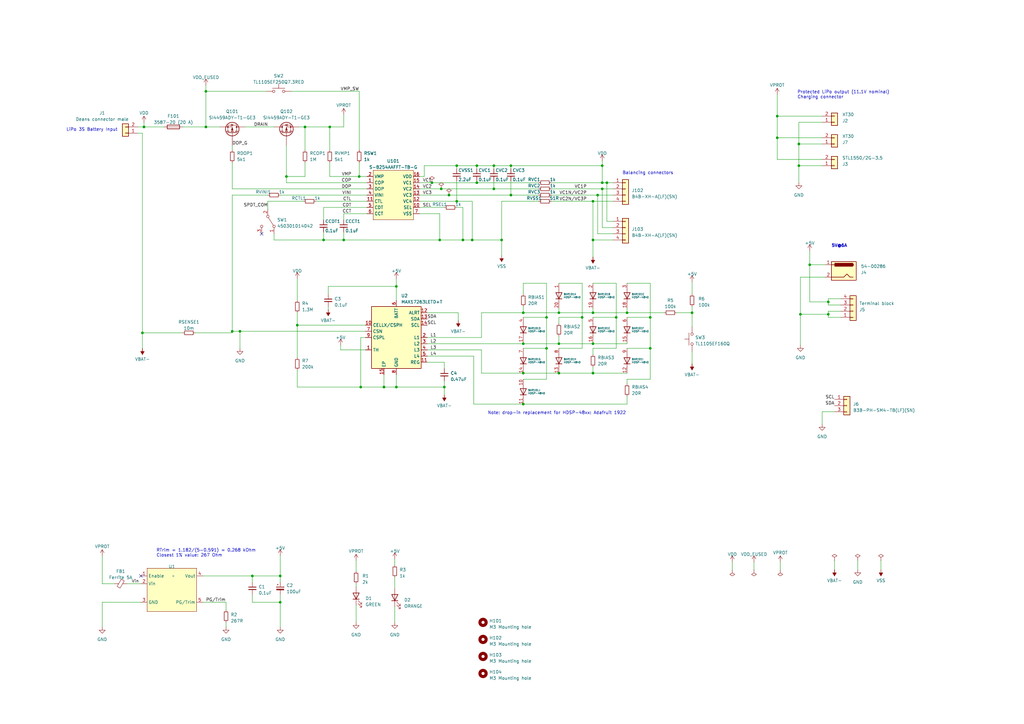
<source format=kicad_sch>
(kicad_sch (version 20230121) (generator eeschema)
  (paper "A3")
  (junction (at 58.42 136.525))
  (junction (at 247.015 67.945))
  (junction (at 339.725 123.825))
  (junction (at 162.56 117.475))
  (junction (at 327.66 67.945))
  (junction (at 247.015 77.47))
  (junction (at 214.63 140.97))
  (junction (at 229.235 140.97))
  (junction (at 318.77 56.515))
  (junction (at 182.245 158.75))
  (junction (at 187.325 82.55))
  (junction (at 202.565 67.945))
  (junction (at 247.015 74.93))
  (junction (at 177.165 74.93))
  (junction (at 332.105 108.585))
  (junction (at 266.7 142.875))
  (junction (at 180.34 98.425))
  (junction (at 243.205 98.425))
  (junction (at 195.58 74.93))
  (junction (at 224.155 130.175))
  (junction (at 189.865 98.425))
  (junction (at 135.255 52.07))
  (junction (at 229.235 128.27))
  (junction (at 84.455 37.465))
  (junction (at 202.565 77.47))
  (junction (at 252.73 130.175))
  (junction (at 266.7 130.175))
  (junction (at 84.455 52.07))
  (junction (at 205.74 98.425))
  (junction (at 117.475 72.39))
  (junction (at 243.205 82.55))
  (junction (at 243.205 128.27))
  (junction (at 132.715 98.425))
  (junction (at 209.55 80.01))
  (junction (at 318.77 47.625))
  (junction (at 59.055 52.07))
  (junction (at 257.175 128.27))
  (junction (at 214.63 153.035))
  (junction (at 147.955 158.75))
  (junction (at 184.15 80.01))
  (junction (at 209.55 67.945))
  (junction (at 328.295 128.905))
  (junction (at 180.975 77.47))
  (junction (at 95.25 135.89))
  (junction (at 195.58 67.945))
  (junction (at 339.725 128.905))
  (junction (at 214.63 128.27))
  (junction (at 125.095 52.07))
  (junction (at 187.325 67.945))
  (junction (at 245.11 80.01))
  (junction (at 140.97 98.425))
  (junction (at 162.56 158.75))
  (junction (at 193.675 98.425))
  (junction (at 114.935 247.015))
  (junction (at 243.205 153.035))
  (junction (at 229.235 153.035))
  (junction (at 238.76 130.175))
  (junction (at 98.425 135.89))
  (junction (at 224.155 142.875))
  (junction (at 147.32 72.39))
  (junction (at 283.845 128.27))
  (junction (at 157.48 158.75))
  (junction (at 121.92 133.35))
  (junction (at 327.66 59.055))
  (junction (at 248.92 74.93))
  (junction (at 243.205 140.97))
  (junction (at 214.63 165.735))
  (junction (at 114.935 236.22))
  (junction (at 103.505 236.22))
  (no_connect (at 107.315 95.885))
  (no_connect (at 57.785 236.22))
  (wire (pts (xy 140.97 90.17) (xy 140.97 87.63)))
  (wire (pts (xy 114.935 247.015) (xy 114.935 243.84)))
  (wire (pts (xy 243.205 145.415) (xy 243.205 142.875)))
  (wire (pts (xy 184.15 80.01) (xy 209.55 80.01)))
  (wire (pts (xy 309.245 233.68) (xy 309.245 230.505)))
  (wire (pts (xy 114.935 247.015) (xy 114.935 257.175)))
  (wire (pts (xy 205.74 104.775) (xy 205.74 98.425)))
  (wire (pts (xy 162.56 117.475) (xy 162.56 123.19)))
  (wire (pts (xy 125.095 52.07) (xy 135.255 52.07)))
  (wire (pts (xy 132.715 90.17) (xy 132.715 85.09)))
  (wire (pts (xy 193.675 98.425) (xy 205.74 98.425)))
  (wire (pts (xy 229.235 126.365) (xy 229.235 128.27)))
  (wire (pts (xy 135.255 72.39) (xy 147.32 72.39)))
  (wire (pts (xy 41.91 239.395) (xy 46.99 239.395)))
  (wire (pts (xy 193.675 82.55) (xy 193.675 98.425)))
  (wire (pts (xy 248.92 90.805) (xy 248.92 74.93)))
  (wire (pts (xy 327.66 59.055) (xy 327.66 50.165)))
  (wire (pts (xy 135.255 52.07) (xy 135.255 61.595)))
  (wire (pts (xy 125.095 72.39) (xy 117.475 72.39)))
  (wire (pts (xy 187.325 74.295) (xy 187.325 82.55)))
  (wire (pts (xy 84.455 34.925) (xy 84.455 37.465)))
  (wire (pts (xy 243.205 130.175) (xy 252.73 130.175)))
  (wire (pts (xy 226.06 74.93) (xy 247.015 74.93)))
  (wire (pts (xy 177.165 74.93) (xy 172.085 74.93)))
  (wire (pts (xy 109.855 82.55) (xy 124.46 82.55)))
  (wire (pts (xy 339.725 128.905) (xy 339.725 127.635)))
  (wire (pts (xy 327.66 50.165) (xy 337.185 50.165)))
  (wire (pts (xy 318.77 47.625) (xy 318.77 56.515)))
  (wire (pts (xy 339.725 123.825) (xy 332.105 123.825)))
  (wire (pts (xy 248.92 74.93) (xy 247.015 74.93)))
  (wire (pts (xy 229.235 128.27) (xy 243.205 128.27)))
  (wire (pts (xy 247.015 93.345) (xy 247.015 77.47)))
  (wire (pts (xy 209.55 80.01) (xy 220.98 80.01)))
  (wire (pts (xy 339.725 125.095) (xy 339.725 123.825)))
  (wire (pts (xy 224.155 142.875) (xy 224.155 155.575)))
  (wire (pts (xy 229.235 153.035) (xy 243.205 153.035)))
  (wire (pts (xy 214.63 116.205) (xy 224.155 116.205)))
  (wire (pts (xy 182.245 161.925) (xy 182.245 158.75)))
  (wire (pts (xy 339.725 122.555) (xy 344.805 122.555)))
  (wire (pts (xy 339.725 130.175) (xy 339.725 128.905)))
  (wire (pts (xy 134.62 125.73) (xy 134.62 127)))
  (wire (pts (xy 189.865 98.425) (xy 180.34 98.425)))
  (wire (pts (xy 257.175 155.575) (xy 266.7 155.575)))
  (wire (pts (xy 202.565 67.945) (xy 202.565 69.215)))
  (wire (pts (xy 41.91 247.015) (xy 57.785 247.015)))
  (wire (pts (xy 251.46 74.93) (xy 248.92 74.93)))
  (wire (pts (xy 214.63 125.73) (xy 214.63 128.27)))
  (wire (pts (xy 257.175 140.335) (xy 257.175 140.97)))
  (wire (pts (xy 117.475 74.93) (xy 117.475 72.39)))
  (wire (pts (xy 266.7 142.875) (xy 266.7 130.175)))
  (wire (pts (xy 187.325 69.215) (xy 187.325 67.945)))
  (wire (pts (xy 52.07 239.395) (xy 57.785 239.395)))
  (wire (pts (xy 140.97 98.425) (xy 132.715 98.425)))
  (wire (pts (xy 112.395 98.425) (xy 132.715 98.425)))
  (wire (pts (xy 121.92 133.35) (xy 149.86 133.35)))
  (wire (pts (xy 121.92 158.75) (xy 147.955 158.75)))
  (wire (pts (xy 257.175 130.175) (xy 266.7 130.175)))
  (wire (pts (xy 252.73 116.205) (xy 243.205 116.205)))
  (wire (pts (xy 184.15 80.01) (xy 172.085 80.01)))
  (wire (pts (xy 229.235 132.715) (xy 229.235 130.175)))
  (wire (pts (xy 327.66 59.055) (xy 337.185 59.055)))
  (wire (pts (xy 205.74 82.55) (xy 205.74 98.425)))
  (wire (pts (xy 175.26 143.51) (xy 197.485 143.51)))
  (wire (pts (xy 266.7 116.205) (xy 257.175 116.205)))
  (wire (pts (xy 117.475 72.39) (xy 117.475 59.69)))
  (wire (pts (xy 195.58 69.215) (xy 195.58 67.945)))
  (wire (pts (xy 121.92 133.35) (xy 121.92 146.685)))
  (wire (pts (xy 214.63 165.735) (xy 257.175 165.735)))
  (wire (pts (xy 84.455 37.465) (xy 84.455 52.07)))
  (wire (pts (xy 147.955 138.43) (xy 147.955 158.75)))
  (wire (pts (xy 214.63 140.97) (xy 229.235 140.97)))
  (wire (pts (xy 339.725 127.635) (xy 344.805 127.635)))
  (wire (pts (xy 58.42 136.525) (xy 58.42 142.875)))
  (wire (pts (xy 344.805 130.175) (xy 339.725 130.175)))
  (wire (pts (xy 229.235 137.795) (xy 229.235 140.97)))
  (wire (pts (xy 318.77 65.405) (xy 318.77 56.515)))
  (wire (pts (xy 187.325 67.945) (xy 195.58 67.945)))
  (wire (pts (xy 300.355 233.68) (xy 300.355 230.505)))
  (wire (pts (xy 202.565 77.47) (xy 220.98 77.47)))
  (wire (pts (xy 238.76 116.205) (xy 229.235 116.205)))
  (wire (pts (xy 56.515 52.07) (xy 59.055 52.07)))
  (wire (pts (xy 195.58 74.93) (xy 220.98 74.93)))
  (wire (pts (xy 195.58 67.945) (xy 202.565 67.945)))
  (wire (pts (xy 140.97 52.07) (xy 135.255 52.07)))
  (wire (pts (xy 161.925 229.235) (xy 161.925 231.775)))
  (wire (pts (xy 162.56 153.67) (xy 162.56 158.75)))
  (wire (pts (xy 214.63 128.27) (xy 229.235 128.27)))
  (wire (pts (xy 283.845 149.225) (xy 283.845 144.145)))
  (wire (pts (xy 92.71 247.015) (xy 83.185 247.015)))
  (wire (pts (xy 175.26 138.43) (xy 197.485 138.43)))
  (wire (pts (xy 59.055 52.07) (xy 67.31 52.07)))
  (wire (pts (xy 125.095 52.07) (xy 125.095 61.595)))
  (wire (pts (xy 147.32 72.39) (xy 150.495 72.39)))
  (wire (pts (xy 162.56 114.3) (xy 162.56 117.475)))
  (wire (pts (xy 339.725 128.905) (xy 328.295 128.905)))
  (wire (pts (xy 197.485 138.43) (xy 197.485 128.27)))
  (wire (pts (xy 214.63 140.335) (xy 214.63 140.97)))
  (wire (pts (xy 243.205 126.365) (xy 243.205 128.27)))
  (wire (pts (xy 74.93 52.07) (xy 84.455 52.07)))
  (wire (pts (xy 175.26 146.05) (xy 194.31 146.05)))
  (wire (pts (xy 100.33 52.07) (xy 112.395 52.07)))
  (wire (pts (xy 214.63 130.175) (xy 224.155 130.175)))
  (wire (pts (xy 180.34 87.63) (xy 172.085 87.63)))
  (wire (pts (xy 229.235 140.97) (xy 243.205 140.97)))
  (wire (pts (xy 339.725 123.825) (xy 339.725 122.555)))
  (wire (pts (xy 195.58 74.295) (xy 195.58 74.93)))
  (wire (pts (xy 361.315 229.87) (xy 361.315 233.68)))
  (wire (pts (xy 129.54 82.55) (xy 150.495 82.55)))
  (wire (pts (xy 243.205 140.97) (xy 257.175 140.97)))
  (wire (pts (xy 187.96 131.445) (xy 187.96 128.27)))
  (wire (pts (xy 95.25 77.47) (xy 150.495 77.47)))
  (wire (pts (xy 205.74 82.55) (xy 220.98 82.55)))
  (wire (pts (xy 58.42 54.61) (xy 58.42 136.525)))
  (wire (pts (xy 229.235 130.175) (xy 238.76 130.175)))
  (wire (pts (xy 283.845 128.27) (xy 283.845 133.985)))
  (wire (pts (xy 226.06 82.55) (xy 243.205 82.55)))
  (wire (pts (xy 238.76 116.205) (xy 238.76 130.175)))
  (wire (pts (xy 332.105 123.825) (xy 332.105 108.585)))
  (wire (pts (xy 161.925 236.855) (xy 161.925 241.3)))
  (wire (pts (xy 182.245 151.13) (xy 182.245 148.59)))
  (wire (pts (xy 277.495 128.27) (xy 283.845 128.27)))
  (wire (pts (xy 109.855 85.725) (xy 109.855 82.55)))
  (wire (pts (xy 180.975 77.47) (xy 172.085 77.47)))
  (wire (pts (xy 132.715 85.09) (xy 150.495 85.09)))
  (wire (pts (xy 189.865 85.09) (xy 189.865 98.425)))
  (wire (pts (xy 84.455 37.465) (xy 109.22 37.465)))
  (wire (pts (xy 140.97 95.25) (xy 140.97 98.425)))
  (wire (pts (xy 80.01 136.525) (xy 95.25 136.525)))
  (wire (pts (xy 224.155 116.205) (xy 224.155 130.175)))
  (wire (pts (xy 140.97 46.99) (xy 140.97 52.07)))
  (wire (pts (xy 122.555 52.07) (xy 125.095 52.07)))
  (wire (pts (xy 251.46 82.55) (xy 243.205 82.55)))
  (wire (pts (xy 161.925 255.27) (xy 161.925 248.92)))
  (wire (pts (xy 337.185 65.405) (xy 318.77 65.405)))
  (wire (pts (xy 251.46 95.885) (xy 245.11 95.885)))
  (wire (pts (xy 117.475 74.93) (xy 150.495 74.93)))
  (wire (pts (xy 95.25 136.525) (xy 95.25 135.89)))
  (wire (pts (xy 114.935 236.22) (xy 114.935 238.76)))
  (wire (pts (xy 157.48 158.75) (xy 162.56 158.75)))
  (wire (pts (xy 214.63 120.65) (xy 214.63 116.205)))
  (wire (pts (xy 243.205 98.425) (xy 243.205 82.55)))
  (wire (pts (xy 140.97 87.63) (xy 150.495 87.63)))
  (wire (pts (xy 194.31 146.05) (xy 194.31 165.735)))
  (wire (pts (xy 332.105 108.585) (xy 338.455 108.585)))
  (wire (pts (xy 251.46 77.47) (xy 247.015 77.47)))
  (wire (pts (xy 197.485 128.27) (xy 214.63 128.27)))
  (wire (pts (xy 243.205 98.425) (xy 251.46 98.425)))
  (wire (pts (xy 173.99 67.945) (xy 187.325 67.945)))
  (wire (pts (xy 92.71 257.175) (xy 92.71 255.27)))
  (wire (pts (xy 121.92 151.765) (xy 121.92 158.75)))
  (wire (pts (xy 121.92 128.27) (xy 121.92 133.35)))
  (wire (pts (xy 283.845 115.57) (xy 283.845 120.65)))
  (wire (pts (xy 251.46 80.01) (xy 245.11 80.01)))
  (wire (pts (xy 257.175 128.27) (xy 257.175 126.365)))
  (wire (pts (xy 103.505 243.84) (xy 103.505 247.015)))
  (wire (pts (xy 41.91 257.175) (xy 41.91 247.015)))
  (wire (pts (xy 134.62 117.475) (xy 162.56 117.475)))
  (wire (pts (xy 243.205 142.875) (xy 252.73 142.875)))
  (wire (pts (xy 157.48 153.67) (xy 157.48 158.75)))
  (wire (pts (xy 344.805 125.095) (xy 339.725 125.095)))
  (wire (pts (xy 337.185 168.91) (xy 342.265 168.91)))
  (wire (pts (xy 214.63 155.575) (xy 224.155 155.575)))
  (wire (pts (xy 209.55 67.945) (xy 247.015 67.945)))
  (wire (pts (xy 328.295 113.665) (xy 338.455 113.665)))
  (wire (pts (xy 95.25 61.595) (xy 95.25 59.69)))
  (wire (pts (xy 202.565 74.295) (xy 202.565 77.47)))
  (wire (pts (xy 226.06 77.47) (xy 247.015 77.47)))
  (wire (pts (xy 58.42 136.525) (xy 74.93 136.525)))
  (wire (pts (xy 243.205 128.27) (xy 257.175 128.27)))
  (wire (pts (xy 243.205 153.035) (xy 243.205 150.495)))
  (wire (pts (xy 132.715 98.425) (xy 132.715 95.25)))
  (wire (pts (xy 146.05 239.395) (xy 146.05 240.665)))
  (wire (pts (xy 351.79 229.87) (xy 351.79 233.68)))
  (wire (pts (xy 175.26 140.97) (xy 214.63 140.97)))
  (wire (pts (xy 251.46 90.805) (xy 248.92 90.805)))
  (wire (pts (xy 193.675 98.425) (xy 189.865 98.425)))
  (wire (pts (xy 327.66 59.055) (xy 327.66 67.945)))
  (wire (pts (xy 252.73 142.875) (xy 252.73 130.175)))
  (wire (pts (xy 194.31 165.735) (xy 214.63 165.735)))
  (wire (pts (xy 135.255 66.675) (xy 135.255 72.39)))
  (wire (pts (xy 180.34 98.425) (xy 180.34 87.63)))
  (wire (pts (xy 112.395 95.885) (xy 112.395 98.425)))
  (wire (pts (xy 139.7 141.605) (xy 139.7 143.51)))
  (wire (pts (xy 226.06 80.01) (xy 245.11 80.01)))
  (wire (pts (xy 147.32 66.675) (xy 147.32 72.39)))
  (wire (pts (xy 209.55 67.945) (xy 209.55 69.215)))
  (wire (pts (xy 214.63 153.035) (xy 229.235 153.035)))
  (wire (pts (xy 328.295 128.905) (xy 328.295 141.605)))
  (wire (pts (xy 247.015 67.945) (xy 247.015 74.93)))
  (wire (pts (xy 147.955 158.75) (xy 157.48 158.75)))
  (wire (pts (xy 177.165 74.93) (xy 195.58 74.93)))
  (wire (pts (xy 58.42 54.61) (xy 56.515 54.61)))
  (wire (pts (xy 197.485 153.035) (xy 214.63 153.035)))
  (wire (pts (xy 146.05 234.315) (xy 146.05 229.87)))
  (wire (pts (xy 103.505 236.22) (xy 114.935 236.22)))
  (wire (pts (xy 95.25 66.675) (xy 95.25 77.47)))
  (wire (pts (xy 103.505 247.015) (xy 114.935 247.015)))
  (wire (pts (xy 98.425 142.875) (xy 98.425 135.89)))
  (wire (pts (xy 202.565 67.945) (xy 209.55 67.945)))
  (wire (pts (xy 92.71 250.19) (xy 92.71 247.015)))
  (wire (pts (xy 318.77 47.625) (xy 337.185 47.625)))
  (wire (pts (xy 328.295 113.665) (xy 328.295 128.905)))
  (wire (pts (xy 173.99 72.39) (xy 173.99 67.945)))
  (wire (pts (xy 247.015 66.04) (xy 247.015 67.945)))
  (wire (pts (xy 146.05 255.27) (xy 146.05 248.285)))
  (wire (pts (xy 114.935 80.01) (xy 150.495 80.01)))
  (wire (pts (xy 182.245 148.59) (xy 175.26 148.59)))
  (wire (pts (xy 327.66 67.945) (xy 327.66 74.93)))
  (wire (pts (xy 332.105 102.87) (xy 332.105 108.585)))
  (wire (pts (xy 224.155 130.175) (xy 224.155 142.875)))
  (wire (pts (xy 229.235 142.875) (xy 238.76 142.875)))
  (wire (pts (xy 320.04 233.68) (xy 320.04 230.505)))
  (wire (pts (xy 139.7 143.51) (xy 149.86 143.51)))
  (wire (pts (xy 214.63 142.875) (xy 224.155 142.875)))
  (wire (pts (xy 95.25 80.01) (xy 95.25 135.89)))
  (wire (pts (xy 283.845 125.73) (xy 283.845 128.27)))
  (wire (pts (xy 266.7 155.575) (xy 266.7 142.875)))
  (wire (pts (xy 266.7 116.205) (xy 266.7 130.175)))
  (wire (pts (xy 257.175 165.735) (xy 257.175 162.56)))
  (wire (pts (xy 134.62 120.65) (xy 134.62 117.475)))
  (wire (pts (xy 182.245 158.75) (xy 182.245 156.21)))
  (wire (pts (xy 318.77 38.735) (xy 318.77 47.625)))
  (wire (pts (xy 95.25 80.01) (xy 109.855 80.01)))
  (wire (pts (xy 187.325 85.09) (xy 189.865 85.09)))
  (wire (pts (xy 337.185 173.99) (xy 337.185 168.91)))
  (wire (pts (xy 172.085 82.55) (xy 187.325 82.55)))
  (wire (pts (xy 257.175 128.27) (xy 272.415 128.27)))
  (wire (pts (xy 114.935 227.965) (xy 114.935 236.22)))
  (wire (pts (xy 257.175 142.875) (xy 266.7 142.875)))
  (wire (pts (xy 318.77 56.515) (xy 337.185 56.515)))
  (wire (pts (xy 98.425 135.89) (xy 149.86 135.89)))
  (wire (pts (xy 257.175 157.48) (xy 257.175 155.575)))
  (wire (pts (xy 121.92 114.3) (xy 121.92 123.19)))
  (wire (pts (xy 147.32 37.465) (xy 147.32 61.595)))
  (wire (pts (xy 149.86 138.43) (xy 147.955 138.43)))
  (wire (pts (xy 243.205 153.035) (xy 257.175 153.035)))
  (wire (pts (xy 187.325 82.55) (xy 193.675 82.55)))
  (wire (pts (xy 59.055 50.165) (xy 59.055 52.07)))
  (wire (pts (xy 251.46 93.345) (xy 247.015 93.345)))
  (wire (pts (xy 125.095 66.675) (xy 125.095 72.39)))
  (wire (pts (xy 140.97 98.425) (xy 180.34 98.425)))
  (wire (pts (xy 243.205 98.425) (xy 243.205 105.41)))
  (wire (pts (xy 245.11 95.885) (xy 245.11 80.01)))
  (wire (pts (xy 172.085 72.39) (xy 173.99 72.39)))
  (wire (pts (xy 103.505 238.76) (xy 103.505 236.22)))
  (wire (pts (xy 187.96 128.27) (xy 175.26 128.27)))
  (wire (pts (xy 162.56 158.75) (xy 182.245 158.75)))
  (wire (pts (xy 172.085 85.09) (xy 182.245 85.09)))
  (wire (pts (xy 238.76 130.175) (xy 238.76 142.875)))
  (wire (pts (xy 337.185 67.945) (xy 327.66 67.945)))
  (wire (pts (xy 180.975 77.47) (xy 202.565 77.47)))
  (wire (pts (xy 119.38 37.465) (xy 147.32 37.465)))
  (wire (pts (xy 209.55 74.295) (xy 209.55 80.01)))
  (wire (pts (xy 252.73 116.205) (xy 252.73 130.175)))
  (wire (pts (xy 243.205 140.335) (xy 243.205 140.97)))
  (wire (pts (xy 98.425 135.89) (xy 95.25 135.89)))
  (wire (pts (xy 84.455 52.07) (xy 90.17 52.07)))
  (wire (pts (xy 41.91 227.965) (xy 41.91 239.395)))
  (wire (pts (xy 342.265 229.87) (xy 342.265 233.68)))
  (wire (pts (xy 197.485 143.51) (xy 197.485 153.035)))
  (wire (pts (xy 83.185 236.22) (xy 103.505 236.22)))
  (text "RTrim = 1.182/(5-0.591) = 0.268 kOhm\nClosest 1% value: 267 Ohm" (at 64.135 228.6 0) (effects (font (size 1.27 1.27)) (justify left bottom)))
  (text "5V@6A" (at 340.995 101.6 0) (effects (font (size 1.27 1.27) bold) (justify left bottom)))
  (text "Note: drop-in replacement for HDSP-48xx: Adafruit 1922" (at 200.025 170.18 0) (effects (font (size 1.27 1.27)) (justify left bottom)))
  (text "Balancing connectors" (at 255.27 71.755 0) (effects (font (size 1.27 1.27)) (justify left bottom)))
  (text "Protected LiPo output (11.1V nominal)\nCharging connector" (at 327.025 40.64 0) (effects (font (size 1.27 1.27)) (justify left bottom)))
  (text "LiPo 3S Battery Input" (at 48.26 53.975 0) (effects (font (size 1.27 1.27)) (justify right bottom)))
  (label "VMP_SW" (at 147.32 37.465 180))
  (label "SCL" (at 342.265 163.83 180))
  (label "COP" (at 144.145 74.93 180))
  (label "SEL" (at 173.355 85.09 0))
  (label "SPDT_COM" (at 109.855 85.09 180))
  (label "SDA" (at 175.26 130.81 0))
  (label "CCT" (at 144.145 87.63 180))
  (label "SDA" (at 342.265 166.37 180))
  (label "DRAIN" (at 104.14 52.07 0))
  (label "CTL" (at 144.145 82.55 180))
  (label "CDT" (at 144.145 85.09 180))
  (label "L1" (at 176.53 138.43 0))
  (label "DOP_G" (at 95.25 59.69 0))
  (label "L3" (at 176.53 143.51 0))
  (label "SCL" (at 175.26 133.35 0))
  (label "VINI" (at 144.145 80.01 180))
  (label "VC1P" (at 240.665 77.47 180))
  (label "VC3" (at 173.355 80.01 0))
  (label "PG{slash}Trim" (at 84.455 247.015 0))
  (label "VC1" (at 173.355 74.93 0))
  (label "VC2" (at 173.355 77.47 0))
  (label "VMP" (at 144.145 72.39 180))
  (label "DOP" (at 144.145 77.47 180))
  (label "VC2N{slash}VC3P" (at 240.665 82.55 180))
  (label "L2" (at 176.53 140.97 0))
  (label "L4" (at 176.53 146.05 0))
  (label "VC1N{slash}VC2P" (at 240.665 80.01 180))
  (label "Vin" (at 53.975 239.395 0))
  (symbol (lib_id "power:VDD") (at 59.055 50.165 0) (unit 1)
    (property "Reference" "#PWR03" (effects hide))
    (property "Value" "VDD" (at 59.055 46.355 0))
  )
  (symbol (lib_id "0_power_symbols:VPROT") (at 146.05 229.87 0) (unit 1)
    (property "Reference" "#PWR010" (effects hide))
    (property "Value" "VPROT" (at 146.05 226.06 0))
  )
  (symbol (lib_id "power:PWR_FLAG") (at 320.04 233.68 180) (unit 1)
    (property "Reference" "#FLG03" (effects hide))
    (property "Value" "PWR_FLAG" (effects hide))
  )
  (symbol (lib_id "power:VDD") (at 247.015 66.04 0) (unit 1)
    (property "Reference" "#PWR08" (effects hide))
    (property "Value" "VDD" (at 247.015 62.865 0))
  )
  (symbol (lib_id "Mechanical:MountingHole") (at 198.12 255.27 0) (unit 1)
    (property "Reference" "H101" (at 200.66 254.635 0) (effects (justify left)))
    (property "Value" "M3 Mounting hole" (at 200.66 257.175 0) (effects (justify left)))
    (property "Footprint" "MountingHole:MountingHole_3.2mm_M3_Pad" (effects hide))
    (property "Datasheet" "https://eu.mouser.com/datasheet/2/990/CBTS_Technical_Drawing-1697053.pdf" (effects hide))
    (property "Distributor" "Digikey" (effects hide))
    (property "Distributor ref" "RPC3611-ND" (effects hide))
    (property "Manufacturer ref" "CBTS005A" (effects hide))
  )
  (symbol (lib_id "Mechanical:MountingHole") (at 198.12 262.255 0) (unit 1)
    (property "Reference" "H102" (at 200.66 261.62 0) (effects (justify left)))
    (property "Value" "M3 Mounting hole" (at 200.66 264.16 0) (effects (justify left)))
    (property "Footprint" "MountingHole:MountingHole_3.2mm_M3_Pad" (effects hide))
    (property "Datasheet" "https://eu.mouser.com/datasheet/2/990/CBTS_Technical_Drawing-1697053.pdf" (effects hide))
    (property "Distributor" "Digikey" (effects hide))
    (property "Distributor ref" "RPC3611-ND" (effects hide))
    (property "Manufacturer ref" "CBTS005A" (effects hide))
  )
  (symbol (lib_id "power:PWR_FLAG") (at 184.15 80.01 0) (unit 1)
    (property "Reference" "#FLG09" (effects hide))
    (property "Value" "PWR_FLAG" (effects hide))
  )
  (symbol (lib_id "power:PWR_FLAG") (at 177.165 74.93 0) (unit 1)
    (property "Reference" "#FLG07" (effects hide))
    (property "Value" "PWR_FLAG" (effects hide))
  )
  (symbol (lib_id "Connector_Generic:Conn_01x02") (at 342.265 50.165 0) (mirror x) (unit 1)
    (property "Reference" "J2" (at 345.44 49.53 0) (effects (justify left)))
    (property "Value" "XT30" (at 345.44 46.99 0) (effects (justify left)))
    (property "Footprint" "Connector_AMASS:AMASS_XT30U-M_1x02_P5.0mm_Vertical" (effects hide))
    (property "Datasheet" "https://media.digikey.com/pdf/Data%20Sheets/DFRobot%20PDFs/FIT0586_Web.pdf" (effects hide))
    (property "Distributor" "Digikey" (effects hide))
    (property "Distributor ref" "1738-1436-ND" (effects hide))
    (property "Manufacturer ref" "FIT0586" (effects hide))
  )
  (symbol (lib_id "0_power_symbols:VPROT") (at 41.91 227.965 0) (unit 1)
    (property "Reference" "#PWR012" (effects hide))
    (property "Value" "VPROT" (at 41.91 224.155 0))
  )
  (symbol (lib_id "Device:C_Small") (at 132.715 92.71 0) (unit 1)
    (property "Reference" "CCDT1" (at 133.35 90.805 0) (effects (justify left)))
    (property "Value" "0.1uF" (at 133.35 94.615 0) (effects (justify left)))
    (property "Footprint" "Capacitor_SMD:C_0603_1608Metric" (effects hide))
    (property "Datasheet" "https://datasheets.kyocera-avx.com/X7RDielectric.pdf" (effects hide))
    (property "Distributor" "Digikey" (effects hide))
    (property "Distributor ref" "478-5778-1-ND" (effects hide))
    (property "Manufacturer ref" "06035C104JAT2A" (effects hide))
  )
  (symbol (lib_id "Device:R_Small") (at 184.785 85.09 90) (unit 1)
    (property "Reference" "RSEL1" (at 180.34 83.82 90))
    (property "Value" "1k" (at 187.96 83.82 90))
    (property "Footprint" "Resistor_SMD:R_0603_1608Metric" (effects hide))
    (property "Datasheet" "https://www.seielect.com/Catalog/SEI-RNCP.pdf" (effects hide))
    (property "Distributor" "Digikey" (effects hide))
    (property "Distributor ref" "RNCP0603FTD1K00CT-ND" (effects hide))
    (property "Manufacturer ref" "RNCP0603FTD1K00" (effects hide))
  )
  (symbol (lib_id "power:GND") (at 146.05 255.27 0) (unit 1)
    (property "Reference" "#PWR011" (effects hide))
    (property "Value" "GND" (at 146.05 260.35 0))
  )
  (symbol (lib_id "0_fet:SI4459ADY-T1-GE3") (at 117.475 52.07 90) (unit 1)
    (property "Reference" "Q102" (at 117.475 45.72 90))
    (property "Value" "SI4459ADY-T1-GE3" (at 117.475 48.26 90))
    (property "Footprint" "Package_SO:SOIC-8_3.9x4.9mm_P1.27mm" (effects hide))
    (property "Datasheet" "https://www.vishay.com/docs/69979/si4459ad.pdf" (effects hide))
    (property "Distributor" "Digikey" (effects hide))
    (property "Distributor ref" "SI4459ADY-T1-GE3CT-ND" (effects hide))
    (property "Manufacturer ref" "SI4459ADY-T1-GE3" (effects hide))
  )
  (symbol (lib_id "Device:R_Small") (at 127 82.55 90) (unit 1)
    (property "Reference" "RCTL1" (at 122.555 81.28 90))
    (property "Value" "1k" (at 130.175 81.28 90))
    (property "Footprint" "Resistor_SMD:R_0603_1608Metric" (effects hide))
    (property "Datasheet" "https://www.seielect.com/Catalog/SEI-RNCP.pdf" (effects hide))
    (property "Distributor" "Digikey" (effects hide))
    (property "Distributor ref" "RNCP0603FTD1K00CT-ND" (effects hide))
    (property "Manufacturer ref" "RNCP0603FTD1K00" (effects hide))
  )
  (symbol (lib_id "power:+5V") (at 161.925 229.235 0) (unit 1)
    (property "Reference" "#PWR018" (effects hide))
    (property "Value" "+5V" (at 161.925 226.06 0))
  )
  (symbol (lib_id "Device:R_Small") (at 223.52 82.55 90) (unit 1)
    (property "Reference" "RVSS1" (at 219.075 81.28 90))
    (property "Value" "51R" (at 227.33 81.28 90))
    (property "Footprint" "Resistor_SMD:R_0603_1608Metric" (effects hide))
    (property "Datasheet" "https://www.yageo.com/upload/media/product/productsearch/datasheet/rchip/PYu-RC_Group_51_RoHS_L_12.pdf" (effects hide))
    (property "Distributor" "Digikey" (effects hide))
    (property "Distributor ref" "311-51.0HRCT-ND" (effects hide))
    (property "Manufacturer ref" "RC0603FR-0751RL" (effects hide))
  )
  (symbol (lib_id "Device:R_Small") (at 223.52 74.93 90) (unit 1)
    (property "Reference" "RVC1" (at 219.075 73.66 90))
    (property "Value" "1k" (at 226.695 73.66 90))
    (property "Footprint" "Resistor_SMD:R_0603_1608Metric" (effects hide))
    (property "Datasheet" "https://www.seielect.com/Catalog/SEI-RNCP.pdf" (effects hide))
    (property "Distributor" "Digikey" (effects hide))
    (property "Distributor ref" "RNCP0603FTD1K00CT-ND" (effects hide))
    (property "Manufacturer ref" "RNCP0603FTD1K00" (effects hide))
  )
  (symbol (lib_id "Device:R_Small") (at 274.955 128.27 90) (unit 1)
    (property "Reference" "R5" (at 274.955 123.19 90))
    (property "Value" "100k" (at 274.955 125.73 90))
    (property "Footprint" "Resistor_SMD:R_0603_1608Metric" (effects hide))
    (property "Datasheet" "https://www.yageo.com/upload/media/product/productsearch/datasheet/rchip/PYu-RC_Group_51_RoHS_L_12.pdf" (effects hide))
    (property "Distributor" "Digikey" (effects hide))
    (property "Distributor ref" "311-100KHRCT-ND" (effects hide))
    (property "Manufacturer ref" "RC0603FR-07100KL" (effects hide))
  )
  (symbol (lib_id "0_power_symbols:VPROT") (at 318.77 38.735 0) (unit 1)
    (property "Reference" "#PWR06" (effects hide))
    (property "Value" "VPROT" (at 318.77 34.925 0))
  )
  (symbol (lib_id "Device:LED") (at 146.05 244.475 90) (unit 1)
    (property "Reference" "D1" (at 149.86 245.4275 90) (effects (justify right)))
    (property "Value" "GREEN" (at 149.86 247.9675 90) (effects (justify right)))
    (property "Footprint" "LED_SMD:LED_0603_1608Metric" (effects hide))
    (property "Datasheet" "https://optoelectronics.liteon.com/upload/download/DS22-2000-228/LTST-C191KGKT.PDF" (effects hide))
    (property "Distributor" "Digikey" (effects hide))
    (property "Distributor ref" "160-1446-1-ND" (effects hide))
    (property "Manufacturer ref" "LTST-C191KGKT" (effects hide))
  )
  (symbol (lib_id "Switch:SW_SPDT") (at 109.855 90.805 270) (unit 1)
    (property "Reference" "SW1" (at 113.665 90.17 90) (effects (justify left)))
    (property "Value" "450301014042" (at 113.665 92.71 90) (effects (justify left)))
    (property "Footprint" "0_switch:450301014042" (effects hide))
    (property "Datasheet" "https://www.we-online.com/katalog/datasheet/450301014042.pdf" (effects hide))
    (property "Distributor" "Digikey" (effects hide))
    (property "Distributor ref" "450301014042-ND" (effects hide))
    (property "Manufacturer ref" "450301014042" (effects hide))
  )
  (symbol (lib_id "power:PWR_FLAG") (at 309.245 233.68 180) (unit 1)
    (property "Reference" "#FLG02" (effects hide))
    (property "Value" "PWR_FLAG" (effects hide))
  )
  (symbol (lib_id "power:GND") (at 161.925 255.27 0) (unit 1)
    (property "Reference" "#PWR017" (effects hide))
    (property "Value" "GND" (at 161.925 260.35 0))
  )
  (symbol (lib_id "Device:R_Small") (at 92.71 252.73 0) (unit 1)
    (property "Reference" "R2" (at 94.615 252.095 0) (effects (justify left)))
    (property "Value" "267R" (at 94.615 254.635 0) (effects (justify left)))
    (property "Footprint" "Resistor_SMD:R_0603_1608Metric" (effects hide))
    (property "Datasheet" "https://www.yageo.com/upload/media/product/productsearch/datasheet/rchip/PYu-RC_Group_51_RoHS_L_12.pdf" (effects hide))
    (property "Distributor" "Digikey" (effects hide))
    (property "Distributor ref" "311-267HRCT-ND" (effects hide))
    (property "Manufacturer ref" "RC0603FR-07267RL" (effects hide))
  )
  (symbol (lib_id "Connector_Generic:Conn_01x04") (at 256.54 93.345 0) (unit 1)
    (property "Reference" "J103" (at 259.08 93.98 0) (effects (justify left)))
    (property "Value" "B4B-XH-A(LF)(SN)" (at 259.08 96.52 0) (effects (justify left)))
    (property "Footprint" "Connector_JST:JST_XH_B4B-XH-A_1x04_P2.50mm_Vertical" (effects hide))
    (property "Datasheet" "https://www.jst-mfg.com/product/pdf/eng/eXH.pdf" (effects hide))
    (property "Distributor" "Digikey" (effects hide))
    (property "Distributor ref" "455-2249-ND" (effects hide))
    (property "Manufacturer ref" "B4B-XH-A(LF)(SN)" (effects hide))
  )
  (symbol (lib_id "0_fet:SI4459ADY-T1-GE3") (at 95.25 52.07 270) (mirror x) (unit 1)
    (property "Reference" "Q101" (at 95.25 45.72 90))
    (property "Value" "SI4459ADY-T1-GE3" (at 95.25 48.26 90))
    (property "Footprint" "Package_SO:SOIC-8_3.9x4.9mm_P1.27mm" (effects hide))
    (property "Datasheet" "https://www.vishay.com/docs/69979/si4459ad.pdf" (effects hide))
    (property "Distributor" "Digikey" (effects hide))
    (property "Distributor ref" "SI4459ADY-T1-GE3CT-ND" (effects hide))
    (property "Manufacturer ref" "SI4459ADY-T1-GE3" (effects hide))
  )
  (symbol (lib_id "Device:R_Small") (at 77.47 136.525 90) (unit 1)
    (property "Reference" "RSENSE1" (at 77.47 132.08 90))
    (property "Value" "10m" (at 77.47 134.62 90))
    (property "Footprint" "Resistor_SMD:R_1206_3216Metric" (effects hide))
    (property "Datasheet" "https://www.cyntec.com/upfile/products/download/(A4)%20VSRP1206S1%201W(0.pdf" (effects hide))
    (property "Distributor" "Digikey" (effects hide))
    (property "Distributor ref" "2037-VSRP1206S1-R010FCT-ND" (effects hide))
    (property "Manufacturer ref" "VSRP1206S1-R010F" (effects hide))
  )
  (symbol (lib_id "0_power_symbols:VBAT-") (at 58.42 142.875 180) (unit 1)
    (property "Reference" "#PWR01" (effects hide))
    (property "Value" "VBAT-" (at 58.42 147.32 0))
  )
  (symbol (lib_id "Device:R_Small") (at 229.235 135.255 180) (unit 1)
    (property "Reference" "RBIAS2" (at 231.14 133.985 0) (effects (justify right)))
    (property "Value" "20R" (at 231.14 136.525 0) (effects (justify right)))
    (property "Footprint" "Resistor_SMD:R_0603_1608Metric" (effects hide))
    (property "Datasheet" "https://industrial.panasonic.com/cdbs/www-data/pdf/RDO0000/AOA0000C331.pdf" (effects hide))
    (property "Distributor" "Digikey" (effects hide))
    (property "Distributor ref" "P20.00BYCT-ND" (effects hide))
    (property "Manufacturer ref" "ERJ-PA3F20R0V" (effects hide))
  )
  (symbol (lib_id "Device:LED") (at 161.925 245.11 90) (unit 1)
    (property "Reference" "D2" (at 165.735 246.0625 90) (effects (justify right)))
    (property "Value" "ORANGE" (at 165.735 248.6025 90) (effects (justify right)))
    (property "Footprint" "LED_SMD:LED_0603_1608Metric" (effects hide))
    (property "Datasheet" "https://optoelectronics.liteon.com/upload/download/DS22-2000-222/LTST-C191KFKT.pdf" (effects hide))
    (property "Distributor" "Digikey" (effects hide))
    (property "Distributor ref" "160-1445-1-ND" (effects hide))
    (property "Manufacturer ref" "LTST-C191KFKT" (effects hide))
  )
  (symbol (lib_id "LED:HDSP-4840") (at 229.235 147.955 270) (unit 8)
    (property "Reference" "BAR101" (at 231.14 147.32 90) (effects (font (size 0.762 0.762)) (justify left)))
    (property "Value" "HDSP-4840" (at 231.14 148.59 90) (effects (font (size 0.762 0.762)) (justify left)))
    (property "Footprint" "Display:HDSP-4840" (effects hide))
    (property "Datasheet" "https://docs.broadcom.com/docs/AV02-1798EN" (effects hide))
  )
  (symbol (lib_id "power:GND") (at 41.91 257.175 0) (unit 1)
    (property "Reference" "#PWR013" (effects hide))
    (property "Value" "GND" (at 41.91 262.255 0))
  )
  (symbol (lib_id "Connector_Generic:Conn_01x02") (at 51.435 54.61 180) (unit 1)
    (property "Reference" "J1" (at 41.91 46.355 0))
    (property "Value" "Deans connector male" (at 41.91 48.895 0))
    (property "Footprint" "0_connector:DEANS" (effects hide))
    (property "Datasheet" "http://cdn.sparkfun.com/datasheets/Prototyping/deans_connector_PRT-11864.pdf" (effects hide))
    (property "Distributor" "Digikey" (effects hide))
    (property "Distributor ref" "1568-1659-ND" (effects hide))
    (property "Manufacturer ref" "PRT-11864" (effects hide))
  )
  (symbol (lib_id "0_power_symbols:VPROT") (at 140.97 46.99 0) (unit 1)
    (property "Reference" "#PWR05" (effects hide))
    (property "Value" "VPROT" (at 140.97 43.18 0))
  )
  (symbol (lib_id "Device:C_Small") (at 202.565 71.755 0) (unit 1)
    (property "Reference" "CVC2" (at 203.2 69.85 0) (effects (justify left)))
    (property "Value" "0.1uF" (at 203.2 73.66 0) (effects (justify left)))
    (property "Footprint" "Capacitor_SMD:C_0603_1608Metric" (effects hide))
    (property "Datasheet" "https://datasheets.kyocera-avx.com/X7RDielectric.pdf" (effects hide))
    (property "Distributor" "Digikey" (effects hide))
    (property "Distributor ref" "478-5778-1-ND" (effects hide))
    (property "Manufacturer ref" "06035C104JAT2A" (effects hide))
  )
  (symbol (lib_id "LED:HDSP-4840") (at 214.63 135.255 270) (unit 4)
    (property "Reference" "BAR101" (at 216.535 134.62 90) (effects (font (size 0.762 0.762)) (justify left)))
    (property "Value" "HDSP-4840" (at 216.535 135.89 90) (effects (font (size 0.762 0.762)) (justify left)))
    (property "Footprint" "Display:HDSP-4840" (effects hide))
    (property "Datasheet" "https://docs.broadcom.com/docs/AV02-1798EN" (effects hide))
  )
  (symbol (lib_id "power:GND") (at 327.66 74.93 0) (unit 1)
    (property "Reference" "#PWR07" (effects hide))
    (property "Value" "GND" (at 327.66 80.01 0))
  )
  (symbol (lib_id "Device:FerriteBead_Small") (at 49.53 239.395 90) (unit 1)
    (property "Reference" "FB1" (at 49.4919 234.315 90))
    (property "Value" "Ferrite 5A" (at 49.4919 236.855 90))
    (property "Footprint" "Inductor_SMD:L_0603_1608Metric" (effects hide))
    (property "Datasheet" "https://www.murata.com/products/productdata/8796738650142/ENFA0003.pdf" (effects hide))
    (property "Distributor" "Digikey" (effects hide))
    (property "Distributor ref" "490-5447-1-ND" (effects hide))
    (property "Manufacturer ref" "BLM18KG300TN1D" (effects hide))
  )
  (symbol (lib_id "0_power_symbols:VPROT") (at 320.04 230.505 0) (unit 1)
    (property "Reference" "#PWR032" (effects hide))
    (property "Value" "VPROT" (at 320.04 226.695 0))
  )
  (symbol (lib_id "power:GND") (at 328.295 141.605 0) (unit 1)
    (property "Reference" "#PWR019" (effects hide))
    (property "Value" "GND" (at 328.295 146.685 0))
  )
  (symbol (lib_id "power:GND") (at 92.71 257.175 0) (unit 1)
    (property "Reference" "#PWR015" (effects hide))
    (property "Value" "GND" (at 92.71 262.255 0))
  )
  (symbol (lib_id "power:+5V") (at 114.935 227.965 0) (unit 1)
    (property "Reference" "#PWR014" (effects hide))
    (property "Value" "+5V" (at 114.935 224.79 0))
  )
  (symbol (lib_id "Device:C_Small") (at 182.245 153.67 0) (unit 1)
    (property "Reference" "C4" (at 184.785 153.0413 0) (effects (justify left)))
    (property "Value" "0.47uF" (at 184.785 155.5813 0) (effects (justify left)))
    (property "Footprint" "Capacitor_SMD:C_0603_1608Metric" (effects hide))
    (property "Datasheet" "https://datasheets.kyocera-avx.com/X7RDielectric.pdf" (effects hide))
    (property "Distributor" "Digikey" (effects hide))
    (property "Distributor ref" "478-5778-1-ND" (effects hide))
    (property "Manufacturer ref" "06035C104JAT2A" (effects hide))
  )
  (symbol (lib_id "power:GND") (at 337.185 173.99 0) (unit 1)
    (property "Reference" "#PWR029" (effects hide))
    (property "Value" "GND" (at 337.185 179.07 0))
  )
  (symbol (lib_id "Connector_Generic:Conn_01x02") (at 342.265 59.055 0) (mirror x) (unit 1)
    (property "Reference" "J7" (at 345.44 58.42 0) (effects (justify left)))
    (property "Value" "XT30" (at 345.44 55.88 0) (effects (justify left)))
    (property "Footprint" "Connector_AMASS:AMASS_XT30U-M_1x02_P5.0mm_Vertical" (effects hide))
    (property "Datasheet" "https://media.digikey.com/pdf/Data%20Sheets/DFRobot%20PDFs/FIT0586_Web.pdf" (effects hide))
    (property "Distributor" "Digikey" (effects hide))
    (property "Distributor ref" "1738-1436-ND" (effects hide))
    (property "Manufacturer ref" "FIT0586" (effects hide))
  )
  (symbol (lib_id "Device:R_Small") (at 147.32 64.135 180) (unit 1)
    (property "Reference" "RSW1" (at 149.225 62.865 0) (effects (justify right)))
    (property "Value" "1k" (at 149.225 65.405 0) (effects (justify right)))
    (property "Footprint" "Resistor_SMD:R_0603_1608Metric" (effects hide))
    (property "Datasheet" "https://www.seielect.com/Catalog/SEI-RNCP.pdf" (effects hide))
    (property "Distributor" "Digikey" (effects hide))
    (property "Distributor ref" "RNCP0603FTD1K00CT-ND" (effects hide))
    (property "Manufacturer ref" "RNCP0603FTD1K00" (effects hide))
  )
  (symbol (lib_id "power:PWR_FLAG") (at 180.975 77.47 0) (unit 1)
    (property "Reference" "#FLG08" (effects hide))
    (property "Value" "PWR_FLAG" (effects hide))
  )
  (symbol (lib_id "LED:HDSP-4840") (at 243.205 121.285 270) (unit 2)
    (property "Reference" "BAR101" (at 245.11 120.65 90) (effects (font (size 0.762 0.762)) (justify left)))
    (property "Value" "HDSP-4840" (at 245.11 121.92 90) (effects (font (size 0.762 0.762)) (justify left)))
    (property "Footprint" "Display:HDSP-4840" (effects hide))
    (property "Datasheet" "https://docs.broadcom.com/docs/AV02-1798EN" (effects hide))
  )
  (symbol (lib_id "power:+5V") (at 283.845 115.57 0) (unit 1)
    (property "Reference" "#PWR028" (effects hide))
    (property "Value" "+5V" (at 283.845 112.395 0))
  )
  (symbol (lib_id "power:GND") (at 114.935 257.175 0) (unit 1)
    (property "Reference" "#PWR016" (effects hide))
    (property "Value" "GND" (at 114.935 262.255 0))
  )
  (symbol (lib_id "Device:R_Small") (at 243.205 147.955 180) (unit 1)
    (property "Reference" "RBIAS3" (at 245.11 146.685 0) (effects (justify right)))
    (property "Value" "20R" (at 245.11 149.225 0) (effects (justify right)))
    (property "Footprint" "Resistor_SMD:R_0603_1608Metric" (effects hide))
    (property "Datasheet" "https://industrial.panasonic.com/cdbs/www-data/pdf/RDO0000/AOA0000C331.pdf" (effects hide))
    (property "Distributor" "Digikey" (effects hide))
    (property "Distributor ref" "P20.00BYCT-ND" (effects hide))
    (property "Manufacturer ref" "ERJ-PA3F20R0V" (effects hide))
  )
  (symbol (lib_id "LED:HDSP-4840") (at 257.175 121.285 270) (unit 3)
    (property "Reference" "BAR101" (at 259.08 120.65 90) (effects (font (size 0.762 0.762)) (justify left)))
    (property "Value" "HDSP-4840" (at 259.08 121.92 90) (effects (font (size 0.762 0.762)) (justify left)))
    (property "Footprint" "Display:HDSP-4840" (effects hide))
    (property "Datasheet" "https://docs.broadcom.com/docs/AV02-1798EN" (effects hide))
  )
  (symbol (lib_id "Connector_Generic:Conn_01x03") (at 347.345 166.37 0) (unit 1)
    (property "Reference" "J6" (at 349.885 165.735 0) (effects (justify left)))
    (property "Value" "B3B-PH-SM4-TB(LF)(SN)" (at 349.885 168.275 0) (effects (justify left)))
    (property "Footprint" "Connector_JST:JST_PH_B3B-PH-SM4-TB_1x03-1MP_P2.00mm_Vertical" (effects hide))
    (property "Datasheet" "https://www.jst-mfg.com/product/pdf/eng/ePH.pdf" (effects hide))
    (property "Distributor" "Digikey" (effects hide))
    (property "Distributor ref" "455-1735-1-ND" (effects hide))
    (property "Manufacturer ref" "B3B-PH-SM4-TB(LF)(SN)" (effects hide))
  )
  (symbol (lib_id "Device:R_Small") (at 223.52 77.47 90) (unit 1)
    (property "Reference" "RVC2" (at 219.075 76.2 90))
    (property "Value" "1k" (at 226.695 76.2 90))
    (property "Footprint" "Resistor_SMD:R_0603_1608Metric" (effects hide))
    (property "Datasheet" "https://www.seielect.com/Catalog/SEI-RNCP.pdf" (effects hide))
    (property "Distributor" "Digikey" (effects hide))
    (property "Distributor ref" "RNCP0603FTD1K00CT-ND" (effects hide))
    (property "Manufacturer ref" "RNCP0603FTD1K00" (effects hide))
  )
  (symbol (lib_id "0_power_symbols:VBAT-") (at 187.96 131.445 180) (unit 1)
    (property "Reference" "#PWR0102" (effects hide))
    (property "Value" "VBAT-" (at 187.96 135.89 0))
  )
  (symbol (lib_id "power:PWR_FLAG") (at 300.355 233.68 180) (unit 1)
    (property "Reference" "#FLG01" (effects hide))
    (property "Value" "PWR_FLAG" (effects hide))
  )
  (symbol (lib_id "LED:HDSP-4840") (at 243.205 135.255 270) (unit 5)
    (property "Reference" "BAR101" (at 245.11 134.62 90) (effects (font (size 0.762 0.762)) (justify left)))
    (property "Value" "HDSP-4840" (at 245.11 135.89 90) (effects (font (size 0.762 0.762)) (justify left)))
    (property "Footprint" "Display:HDSP-4840" (effects hide))
    (property "Datasheet" "https://docs.broadcom.com/docs/AV02-1798EN" (effects hide))
  )
  (symbol (lib_id "0_power_symbols:VBAT-") (at 283.845 149.225 180) (unit 1)
    (property "Reference" "#PWR027" (effects hide))
    (property "Value" "VBAT-" (at 283.845 153.67 0))
  )
  (symbol (lib_id "power:VSS") (at 361.315 233.68 180) (unit 1)
    (property "Reference" "#PWR036" (effects hide))
    (property "Value" "VSS" (at 361.315 238.125 0))
  )
  (symbol (lib_id "0_regulator:LDO06C") (at 71.12 239.395 0) (unit 1)
    (property "Reference" "U1" (at 70.485 232.41 0))
    (property "Value" "~" (at 71.12 236.22 0))
    (property "Footprint" "0_regulator:LDO06C-005W05-HJ" (effects hide))
    (property "Datasheet" "https://docs.rs-online.com/8472/0900766b80c3c5ab.pdf" (effects hide))
    (property "Distributor" "Digikey" (effects hide))
    (property "Distributor ref" "454-1280-ND" (effects hide))
    (property "Manufacturer ref" "LDO06C-005W05-HJ" (effects hide))
  )
  (symbol (lib_id "LED:HDSP-4840") (at 257.175 147.955 270) (unit 9)
    (property "Reference" "BAR101" (at 259.08 147.32 90) (effects (font (size 0.762 0.762)) (justify left)))
    (property "Value" "HDSP-4840" (at 259.08 148.59 90) (effects (font (size 0.762 0.762)) (justify left)))
    (property "Footprint" "Display:HDSP-4840" (effects hide))
    (property "Datasheet" "https://docs.broadcom.com/docs/AV02-1798EN" (effects hide))
  )
  (symbol (lib_id "Device:C_Small") (at 187.325 71.755 0) (unit 1)
    (property "Reference" "CVSS1" (at 187.96 69.85 0) (effects (justify left)))
    (property "Value" "2.2uF" (at 187.96 73.66 0) (effects (justify left)))
    (property "Footprint" "Capacitor_SMD:C_0603_1608Metric" (effects hide))
    (property "Datasheet" "https://search.murata.co.jp/Ceramy/image/img/A01X/G101/ENG/GRM188Z71C225ME43-01.pdf" (effects hide))
    (property "Distributor" "Digikey" (effects hide))
    (property "Distributor ref" "490-GRM188Z71C225ME43JCT-ND" (effects hide))
    (property "Manufacturer ref" "GRM188Z71C225ME43J" (effects hide))
  )
  (symbol (lib_id "0_power_symbols:VBAT-") (at 182.245 161.925 180) (unit 1)
    (property "Reference" "#PWR023" (effects hide))
    (property "Value" "VBAT-" (at 182.245 166.37 0))
  )
  (symbol (lib_id "power:VSS") (at 205.74 104.775 180) (unit 1)
    (property "Reference" "#PWR0101" (effects hide))
    (property "Value" "VSS" (at 205.74 109.22 0))
  )
  (symbol (lib_id "Device:R_Small") (at 112.395 80.01 90) (unit 1)
    (property "Reference" "RVINI1" (at 107.95 78.74 90))
    (property "Value" "1k" (at 115.57 78.74 90))
    (property "Footprint" "Resistor_SMD:R_0603_1608Metric" (effects hide))
    (property "Datasheet" "https://www.seielect.com/Catalog/SEI-RNCP.pdf" (effects hide))
    (property "Distributor" "Digikey" (effects hide))
    (property "Distributor ref" "RNCP0603FTD1K00CT-ND" (effects hide))
    (property "Manufacturer ref" "RNCP0603FTD1K00" (effects hide))
  )
  (symbol (lib_id "power:VDD") (at 300.355 230.505 0) (unit 1)
    (property "Reference" "#PWR030" (effects hide))
    (property "Value" "VDD" (at 300.355 227.33 0))
  )
  (symbol (lib_id "0_power_symbols:VDD_FUSED") (at 84.455 34.925 0) (unit 1)
    (property "Reference" "#PWR09" (effects hide))
    (property "Value" "VDD_FUSED" (at 84.455 31.75 0))
  )
  (symbol (lib_id "Device:R_Small") (at 125.095 64.135 180) (unit 1)
    (property "Reference" "RCOP1" (at 127 62.865 0) (effects (justify right)))
    (property "Value" "1M" (at 127 65.405 0) (effects (justify right)))
    (property "Footprint" "Resistor_SMD:R_0603_1608Metric" (effects hide))
    (property "Datasheet" "http://www.passivecomponent.com/wp-content/uploads/chipR/ASC_WR.pdf" (effects hide))
    (property "Distributor" "Digikey" (effects hide))
    (property "Distributor ref" "1292-WR06X1004FTLCT-ND" (effects hide))
    (property "Manufacturer ref" "WR06X1004FTL" (effects hide))
  )
  (symbol (lib_id "Connector_Generic:Conn_01x04") (at 349.885 127.635 0) (mirror x) (unit 1)
    (property "Reference" "J5" (at 352.425 127 0) (effects (justify left)))
    (property "Value" "Terminal block" (at 352.425 124.46 0) (effects (justify left)))
    (property "Footprint" "TerminalBlock_Phoenix:TerminalBlock_Phoenix_MPT-0,5-4-2.54_1x04_P2.54mm_Horizontal" (effects hide))
    (property "Datasheet" "https://www.phoenixcontact.com/product/pdf/MTcyNTY3Mg?_realm=us&_locale=en-US&blocks=commercial-data%2Ctechnical-data%2Cdrawings%2Capprovals%2Cclassifications%2Cenvironmental-compliance-data%2Call-accessories" (effects hide))
    (property "Distributor" "Digikey" (effects hide))
    (property "Distributor ref" "277-1275-ND" (effects hide))
    (property "Manufacturer ref" "1725672" (effects hide))
  )
  (symbol (lib_id "Device:R_Small") (at 283.845 123.19 180) (unit 1)
    (property "Reference" "R6" (at 286.385 122.555 0) (effects (justify right)))
    (property "Value" "100k" (at 286.385 125.095 0) (effects (justify right)))
    (property "Footprint" "Resistor_SMD:R_0603_1608Metric" (effects hide))
    (property "Datasheet" "https://www.yageo.com/upload/media/product/productsearch/datasheet/rchip/PYu-RC_Group_51_RoHS_L_12.pdf" (effects hide))
    (property "Distributor" "Digikey" (effects hide))
    (property "Distributor ref" "311-100KHRCT-ND" (effects hide))
    (property "Manufacturer ref" "RC0603FR-07100KL" (effects hide))
  )
  (symbol (lib_id "Device:R_Small") (at 223.52 80.01 90) (unit 1)
    (property "Reference" "RVC3" (at 219.075 78.74 90))
    (property "Value" "1k" (at 226.695 78.74 90))
    (property "Footprint" "Resistor_SMD:R_0603_1608Metric" (effects hide))
    (property "Datasheet" "https://www.seielect.com/Catalog/SEI-RNCP.pdf" (effects hide))
    (property "Distributor" "Digikey" (effects hide))
    (property "Distributor ref" "RNCP0603FTD1K00CT-ND" (effects hide))
    (property "Manufacturer ref" "RNCP0603FTD1K00" (effects hide))
  )
  (symbol (lib_id "Device:R_Small") (at 161.925 234.315 0) (unit 1)
    (property "Reference" "R3" (at 163.83 233.68 0) (effects (justify left)))
    (property "Value" "1k" (at 163.83 236.22 0) (effects (justify left)))
    (property "Footprint" "Resistor_SMD:R_0603_1608Metric" (effects hide))
    (property "Datasheet" "https://www.seielect.com/Catalog/SEI-RNCP.pdf" (effects hide))
    (property "Distributor" "Digikey" (effects hide))
    (property "Distributor ref" "RNCP0603FTD1K00CT-ND" (effects hide))
    (property "Manufacturer ref" "RNCP0603FTD1K00" (effects hide))
  )
  (symbol (lib_id "0_power_symbols:VBAT-") (at 243.205 105.41 180) (unit 1)
    (property "Reference" "#PWR02" (effects hide))
    (property "Value" "VBAT-" (at 243.205 109.855 0))
  )
  (symbol (lib_id "power:+5V") (at 332.105 102.87 0) (unit 1)
    (property "Reference" "#PWR033" (effects hide))
    (property "Value" "+5V" (at 332.105 99.695 0))
  )
  (symbol (lib_id "Device:R_Small") (at 214.63 123.19 180) (unit 1)
    (property "Reference" "RBIAS1" (at 216.535 121.92 0) (effects (justify right)))
    (property "Value" "20R" (at 216.535 124.46 0) (effects (justify right)))
    (property "Footprint" "Resistor_SMD:R_0603_1608Metric" (effects hide))
    (property "Datasheet" "https://industrial.panasonic.com/cdbs/www-data/pdf/RDO0000/AOA0000C331.pdf" (effects hide))
    (property "Distributor" "Digikey" (effects hide))
    (property "Distributor ref" "P20.00BYCT-ND" (effects hide))
    (property "Manufacturer ref" "ERJ-PA3F20R0V" (effects hide))
  )
  (symbol (lib_id "0_power_symbols:VBAT-") (at 134.62 127 180) (unit 1)
    (property "Reference" "#PWR022" (effects hide))
    (property "Value" "VBAT-" (at 134.62 131.445 0))
  )
  (symbol (lib_id "Switch:SW_Push") (at 114.3 37.465 0) (unit 1)
    (property "Reference" "SW2" (at 114.3 31.115 0))
    (property "Value" "TL1105EF250Q7.3RED" (at 114.3 33.655 0))
    (property "Footprint" "Button_Switch_THT:SW_PUSH_6mm_H7.3mm" (effects hide))
    (property "Datasheet" "https://www.e-switch.com/wp-content/uploads/2022/06/TL1105.pdf" (effects hide))
    (property "Distributor" "Digikey" (effects hide))
    (property "Distributor ref" "EG1832-ND" (effects hide))
    (property "Manufacturer ref" "TL1105EF250Q7.3RED" (effects hide))
  )
  (symbol (lib_id "Device:R_Small") (at 121.92 125.73 180) (unit 1)
    (property "Reference" "R4" (at 123.825 124.46 0) (effects (justify right)))
    (property "Value" "1.3M" (at 123.825 127 0) (effects (justify right)))
    (property "Footprint" "Resistor_SMD:R_0603_1608Metric" (effects hide))
    (property "Datasheet" "https://www.vishay.com/docs/28952/mcs0402at-mcs0603at-mcu0805at-mca1206at.pdf" (effects hide))
    (property "Distributor" "Digikey" (effects hide))
    (property "Distributor ref" "541-MCT0603MD1304BP500CT-ND" (effects hide))
    (property "Manufacturer ref" "MCT0603MD1304BP500" (effects hide))
  )
  (symbol (lib_id "LED:HDSP-4840") (at 229.235 121.285 270) (unit 1)
    (property "Reference" "BAR101" (at 231.14 120.65 90) (effects (font (size 0.762 0.762)) (justify left)))
    (property "Value" "HDSP-4840" (at 231.14 121.92 90) (effects (font (size 0.762 0.762)) (justify left)))
    (property "Footprint" "Display:HDSP-4840" (effects hide))
    (property "Datasheet" "https://docs.broadcom.com/docs/AV02-1798EN" (effects hide))
  )
  (symbol (lib_id "0_power_symbols:VBAT-") (at 342.265 233.68 180) (unit 1)
    (property "Reference" "#PWR034" (effects hide))
    (property "Value" "VBAT-" (at 342.265 238.125 0))
  )
  (symbol (lib_id "power:PWR_FLAG") (at 351.79 229.87 0) (unit 1)
    (property "Reference" "#FLG06" (effects hide))
    (property "Value" "PWR_FLAG" (effects hide))
  )
  (symbol (lib_id "Mechanical:MountingHole") (at 198.12 276.225 0) (unit 1)
    (property "Reference" "H104" (at 200.66 275.59 0) (effects (justify left)))
    (property "Value" "M3 Mounting hole" (at 200.66 278.13 0) (effects (justify left)))
    (property "Footprint" "MountingHole:MountingHole_3.2mm_M3_Pad" (effects hide))
    (property "Datasheet" "https://eu.mouser.com/datasheet/2/990/CBTS_Technical_Drawing-1697053.pdf" (effects hide))
    (property "Distributor" "Digikey" (effects hide))
    (property "Distributor ref" "RPC3611-ND" (effects hide))
    (property "Manufacturer ref" "CBTS005A" (effects hide))
  )
  (symbol (lib_id "Mechanical:MountingHole") (at 198.12 269.24 0) (unit 1)
    (property "Reference" "H103" (at 200.66 268.605 0) (effects (justify left)))
    (property "Value" "M3 Mounting hole" (at 200.66 271.145 0) (effects (justify left)))
    (property "Footprint" "MountingHole:MountingHole_3.2mm_M3_Pad" (effects hide))
    (property "Datasheet" "https://eu.mouser.com/datasheet/2/990/CBTS_Technical_Drawing-1697053.pdf" (effects hide))
    (property "Distributor" "Digikey" (effects hide))
    (property "Distributor ref" "RPC3611-ND" (effects hide))
    (property "Manufacturer ref" "CBTS005A" (effects hide))
  )
  (symbol (lib_id "LED:HDSP-4840") (at 214.63 147.955 270) (unit 7)
    (property "Reference" "BAR101" (at 216.535 147.32 90) (effects (font (size 0.762 0.762)) (justify left)))
    (property "Value" "HDSP-4840" (at 216.535 148.59 90) (effects (font (size 0.762 0.762)) (justify left)))
    (property "Footprint" "Display:HDSP-4840" (effects hide))
    (property "Datasheet" "https://docs.broadcom.com/docs/AV02-1798EN" (effects hide))
  )
  (symbol (lib_id "power:+5V") (at 139.7 141.605 0) (unit 1)
    (property "Reference" "#PWR025" (effects hide))
    (property "Value" "+5V" (at 139.7 138.43 0))
  )
  (symbol (lib_id "LED:HDSP-4840") (at 214.63 160.655 270) (unit 10)
    (property "Reference" "BAR101" (at 216.535 160.02 90) (effects (font (size 0.762 0.762)) (justify left)))
    (property "Value" "HDSP-4840" (at 216.535 161.29 90) (effects (font (size 0.762 0.762)) (justify left)))
    (property "Footprint" "Display:HDSP-4840" (effects hide))
    (property "Datasheet" "https://docs.broadcom.com/docs/AV02-1798EN" (effects hide))
  )
  (symbol (lib_id "Connector_Generic:Conn_01x04") (at 256.54 77.47 0) (unit 1)
    (property "Reference" "J102" (at 259.08 78.105 0) (effects (justify left)))
    (property "Value" "B4B-XH-A(LF)(SN)" (at 259.08 80.645 0) (effects (justify left)))
    (property "Footprint" "Connector_JST:JST_XH_B4B-XH-A_1x04_P2.50mm_Vertical" (effects hide))
    (property "Datasheet" "https://www.jst-mfg.com/product/pdf/eng/eXH.pdf" (effects hide))
    (property "Distributor" "Digikey" (effects hide))
    (property "Distributor ref" "455-2249-ND" (effects hide))
    (property "Manufacturer ref" "B4B-XH-A(LF)(SN)" (effects hide))
  )
  (symbol (lib_id "power:PWR_FLAG") (at 361.315 229.87 0) (unit 1)
    (property "Reference" "#FLG010" (effects hide))
    (property "Value" "PWR_FLAG" (effects hide))
  )
  (symbol (lib_id "Device:C_Small") (at 103.505 241.3 0) (unit 1)
    (property "Reference" "C1" (at 106.045 240.6713 0) (effects (justify left)))
    (property "Value" "0.1uF" (at 106.045 243.2113 0) (effects (justify left)))
    (property "Footprint" "Capacitor_SMD:C_0603_1608Metric" (effects hide))
    (property "Datasheet" "https://datasheets.kyocera-avx.com/X7RDielectric.pdf" (effects hide))
    (property "Distributor" "Digikey" (effects hide))
    (property "Distributor ref" "478-5778-1-ND" (effects hide))
    (property "Manufacturer ref" "06035C104JAT2A" (effects hide))
  )
  (symbol (lib_id "Battery_Management:MAX17263xxTE") (at 162.56 138.43 0) (unit 1)
    (property "Reference" "U2" (at 164.5159 121.285 0) (effects (justify left)))
    (property "Value" "MAX17263LETD+T" (at 164.5159 123.825 0) (effects (justify left)))
    (property "Footprint" "Package_DFN_QFN:DFN-14-1EP_3x3mm_P0.4mm_EP1.78x2.35mm" (effects hide))
    (property "Datasheet" "https://datasheets.maximintegrated.com/en/ds/MAX17263.pdf" (effects hide))
    (property "Distributor" "Digikey" (effects hide))
    (property "Distributor ref" "175-MAX17263LETD+TCT-ND" (effects hide))
    (property "Manufacturer ref" "MAX17263LETD+T" (effects hide))
  )
  (symbol (lib_id "power:VDD") (at 121.92 114.3 0) (unit 1)
    (property "Reference" "#PWR026" (effects hide))
    (property "Value" "VDD" (at 121.92 111.125 0))
  )
  (symbol (lib_id "LED:HDSP-4840") (at 257.175 135.255 270) (unit 6)
    (property "Reference" "BAR101" (at 259.08 134.62 90) (effects (font (size 0.762 0.762)) (justify left)))
    (property "Value" "HDSP-4840" (at 259.08 135.89 90) (effects (font (size 0.762 0.762)) (justify left)))
    (property "Footprint" "Display:HDSP-4840" (effects hide))
    (property "Datasheet" "https://docs.broadcom.com/docs/AV02-1798EN" (effects hide))
  )
  (symbol (lib_id "Device:C_Small") (at 140.97 92.71 0) (unit 1)
    (property "Reference" "CCCT1" (at 141.605 90.805 0) (effects (justify left)))
    (property "Value" "0.1uF" (at 141.605 94.615 0) (effects (justify left)))
    (property "Footprint" "Capacitor_SMD:C_0603_1608Metric" (effects hide))
    (property "Datasheet" "https://datasheets.kyocera-avx.com/X7RDielectric.pdf" (effects hide))
    (property "Distributor" "Digikey" (effects hide))
    (property "Distributor ref" "478-5778-1-ND" (effects hide))
    (property "Manufacturer ref" "06035C104JAT2A" (effects hide))
  )
  (symbol (lib_id "Device:C_Polarized_Small") (at 114.935 241.3 0) (unit 1)
    (property "Reference" "C2" (at 117.475 240.1189 0) (effects (justify left)))
    (property "Value" "100uF" (at 117.475 242.6589 0) (effects (justify left)))
    (property "Footprint" "Capacitor_SMD:C_1210_3225Metric" (effects hide))
    (property "Datasheet" "https://datasheets.kyocera-avx.com/TPS.pdf" (effects hide))
    (property "Distributor" "Digikey" (effects hide))
    (property "Distributor ref" "478-4976-1-ND" (effects hide))
    (property "Manufacturer ref" "TPSB107K006R0400" (effects hide))
  )
  (symbol (lib_id "Switch:SW_Push") (at 283.845 139.065 90) (unit 1)
    (property "Reference" "SW3" (at 285.115 138.43 90) (effects (justify right)))
    (property "Value" "TL1105EF160Q" (at 285.115 140.97 90) (effects (justify right)))
    (property "Footprint" "Button_Switch_THT:SW_PUSH_6mm_H7.3mm" (effects hide))
    (property "Datasheet" "https://www.e-switch.com/wp-content/uploads/2022/06/TL1105.pdf" (effects hide))
    (property "Distributor" "Digikey" (effects hide))
    (property "Distributor ref" "EG1831-ND" (effects hide))
    (property "Manufacturer ref" "TL1105EF160Q" (effects hide))
  )
  (symbol (lib_id "0_fuse:Fuse") (at 71.12 52.07 270) (unit 1)
    (property "Reference" "F101" (at 71.12 47.625 90))
    (property "Value" "3587-20 (20 A)" (at 71.12 50.165 90))
    (property "Footprint" "0_fuse:3587" (effects hide))
    (property "Datasheet" "https://www.keyelco.com/userAssets/file/M65p43.pdf" (effects hide))
    (property "Distributor" "Digikey" (effects hide))
    (property "Distributor ref" "36-3587-20CT-ND" (effects hide))
    (property "Manufacturer ref" "3587-20TR" (effects hide))
  )
  (symbol (lib_id "Device:C_Small") (at 195.58 71.755 0) (unit 1)
    (property "Reference" "CVC1" (at 196.215 69.85 0) (effects (justify left)))
    (property "Value" "0.1uF" (at 196.215 73.66 0) (effects (justify left)))
    (property "Footprint" "Capacitor_SMD:C_0603_1608Metric" (effects hide))
    (property "Datasheet" "https://datasheets.kyocera-avx.com/X7RDielectric.pdf" (effects hide))
    (property "Distributor" "Digikey" (effects hide))
    (property "Distributor ref" "478-5778-1-ND" (effects hide))
    (property "Manufacturer ref" "06035C104JAT2A" (effects hide))
  )
  (symbol (lib_id "Device:R_Small") (at 95.25 64.135 180) (unit 1)
    (property "Reference" "RDOP1" (at 97.155 62.865 0) (effects (justify right)))
    (property "Value" "5k1" (at 97.155 65.405 0) (effects (justify right)))
    (property "Footprint" "Resistor_SMD:R_0603_1608Metric" (effects hide))
    (property "Datasheet" "https://www.yageo.com/upload/media/product/productsearch/datasheet/rchip/PYu-RC_Group_51_RoHS_L_12.pdf" (effects hide))
    (property "Distributor" "Digikey" (effects hide))
    (property "Distributor ref" "13-RC0603FR-135K1LCT-ND" (effects hide))
    (property "Manufacturer ref" "RC0603FR-135K1L" (effects hide))
  )
  (symbol (lib_id "0_power_symbols:VDD_FUSED") (at 309.245 230.505 0) (unit 1)
    (property "Reference" "#PWR031" (effects hide))
    (property "Value" "VDD_FUSED" (at 309.245 227.33 0))
  )
  (symbol (lib_id "Connector:Barrel_Jack") (at 346.075 111.125 0) (mirror y) (unit 1)
    (property "Reference" "J4" (at 353.06 111.76 0) (effects (justify right)))
    (property "Value" "54-00286" (at 353.06 109.22 0) (effects (justify right)))
    (property "Footprint" "0_connector:54-00286" (effects hide))
    (property "Datasheet" "http://www.tensility.com/pdffiles/54-00286.pdf" (effects hide))
    (property "Distributor" "Digikey" (effects hide))
    (property "Distributor ref" "839-54-00286-ND" (effects hide))
    (property "Manufacturer ref" "54-00286" (effects hide))
  )
  (symbol (lib_id "Device:R_Small") (at 257.175 160.02 180) (unit 1)
    (property "Reference" "RBIAS4" (at 259.08 158.75 0) (effects (justify right)))
    (property "Value" "20R" (at 259.08 161.29 0) (effects (justify right)))
    (property "Footprint" "Resistor_SMD:R_0603_1608Metric" (effects hide))
    (property "Datasheet" "https://industrial.panasonic.com/cdbs/www-data/pdf/RDO0000/AOA0000C331.pdf" (effects hide))
    (property "Distributor" "Digikey" (effects hide))
    (property "Distributor ref" "P20.00BYCT-ND" (effects hide))
    (property "Manufacturer ref" "ERJ-PA3F20R0V" (effects hide))
  )
  (symbol (lib_id "Device:R_Small") (at 135.255 64.135 180) (unit 1)
    (property "Reference" "RVMP1" (at 137.16 62.865 0) (effects (justify right)))
    (property "Value" "5k1" (at 137.16 65.405 0) (effects (justify right)))
    (property "Footprint" "Resistor_SMD:R_0603_1608Metric" (effects hide))
    (property "Datasheet" "https://www.yageo.com/upload/media/product/productsearch/datasheet/rchip/PYu-RC_Group_51_RoHS_L_12.pdf" (effects hide))
    (property "Distributor" "Digikey" (effects hide))
    (property "Distributor ref" "13-RC0603FR-135K1LCT-ND" (effects hide))
    (property "Manufacturer ref" "RC0603FR-135K1L" (effects hide))
  )
  (symbol (lib_id "Connector_Generic:Conn_01x02") (at 342.265 67.945 0) (mirror x) (unit 1)
    (property "Reference" "J3" (at 345.44 67.31 0) (effects (justify left)))
    (property "Value" "STL1550/2G-3.5" (at 345.44 64.77 0) (effects (justify left)))
    (property "Footprint" "0_connector:STL1550-2" (effects hide))
    (property "Datasheet" "https://www.distrelec.ch/Web/Downloads/_t/ds/STL1550G-35V_eng_tds.pdf" (effects hide))
    (property "Distributor" "Distrelec" (effects hide))
    (property "Distributor ref" "148-41-220" (effects hide))
    (property "Manufacturer ref" "STL1550/2G-3.5-V-GREEN" (effects hide))
  )
  (symbol (lib_id "power:+5V") (at 162.56 114.3 0) (unit 1)
    (property "Reference" "#PWR021" (effects hide))
    (property "Value" "+5V" (at 162.56 111.125 0))
  )
  (symbol (lib_id "0_bms:S-8254AAFFT-TB-G") (at 161.29 83.82 0) (unit 1)
    (property "Reference" "U101" (at 161.29 66.04 0))
    (property "Value" "S-8254AAFFT-TB-G" (at 161.29 68.58 0))
    (property "Footprint" "Package_SO:TSSOP-16_4.4x5mm_P0.65mm" (effects hide))
    (property "Datasheet" "https://www.mouser.ch/datasheet/2/360/S8254A_E-1920066.pdf" (effects hide))
    (property "Distributor" "Mouser" (effects hide))
    (property "Distributor ref" "628-S-8254AAFFT-TB-G" (effects hide))
    (property "Manufacturer ref" "S-8254AAFFT-TB-G" (effects hide))
  )
  (symbol (lib_id "Device:R_Small") (at 121.92 149.225 180) (unit 1)
    (property "Reference" "R7" (at 123.825 147.955 0) (effects (justify right)))
    (property "Value" "200k" (at 123.825 150.495 0) (effects (justify right)))
    (property "Footprint" "Resistor_SMD:R_0603_1608Metric" (effects hide))
    (property "Datasheet" "https://www.yageo.com/upload/media/product/productsearch/datasheet/rchip/PYu-RT_1-to-0.01_RoHS_L_13.pdf" (effects hide))
    (property "Distributor" "Digikey" (effects hide))
    (property "Distributor ref" "YAG1578CT-ND" (effects hide))
    (property "Manufacturer ref" "RT0603BRD07200KL" (effects hide))
  )
  (symbol (lib_id "Device:C_Small") (at 209.55 71.755 0) (unit 1)
    (property "Reference" "CVC3" (at 210.185 69.85 0) (effects (justify left)))
    (property "Value" "0.1uF" (at 210.185 73.66 0) (effects (justify left)))
    (property "Footprint" "Capacitor_SMD:C_0603_1608Metric" (effects hide))
    (property "Datasheet" "https://datasheets.kyocera-avx.com/X7RDielectric.pdf" (effects hide))
    (property "Distributor" "Digikey" (effects hide))
    (property "Distributor ref" "478-5778-1-ND" (effects hide))
    (property "Manufacturer ref" "06035C104JAT2A" (effects hide))
  )
  (symbol (lib_id "power:PWR_FLAG") (at 342.265 229.87 0) (unit 1)
    (property "Reference" "#FLG05" (effects hide))
    (property "Value" "PWR_FLAG" (effects hide))
  )
  (symbol (lib_id "Device:R_Small") (at 146.05 236.855 0) (unit 1)
    (property "Reference" "R1" (at 148.59 236.22 0) (effects (justify left)))
    (property "Value" "2k" (at 148.59 238.76 0) (effects (justify left)))
    (property "Footprint" "Resistor_SMD:R_0603_1608Metric" (effects hide))
    (property "Datasheet" "https://www.yageo.com/upload/media/product/productsearch/datasheet/rchip/PYu-RC_Group_51_RoHS_L_12.pdf" (effects hide))
    (property "Distributor" "Digikey" (effects hide))
    (property "Distributor ref" "13-RC0603FR-132KLCT-ND" (effects hide))
    (property "Manufacturer ref" "RC0603FR-132KL" (effects hide))
  )
  (symbol (lib_id "power:GND") (at 351.79 233.68 0) (unit 1)
    (property "Reference" "#PWR035" (effects hide))
    (property "Value" "GND" (at 351.79 238.76 0))
  )
  (symbol (lib_id "power:GND") (at 98.425 142.875 0) (unit 1)
    (property "Reference" "#PWR04" (effects hide))
    (property "Value" "GND" (at 98.425 147.955 0))
  )
  (symbol (lib_id "Device:C_Small") (at 134.62 123.19 0) (unit 1)
    (property "Reference" "C3" (at 137.16 122.5613 0) (effects (justify left)))
    (property "Value" "0.1uF" (at 137.16 125.1013 0) (effects (justify left)))
    (property "Footprint" "Capacitor_SMD:C_0603_1608Metric" (effects hide))
    (property "Datasheet" "https://datasheets.kyocera-avx.com/X7RDielectric.pdf" (effects hide))
    (property "Distributor" "Digikey" (effects hide))
    (property "Distributor ref" "478-5778-1-ND" (effects hide))
    (property "Manufacturer ref" "06035C104JAT2A" (effects hide))
  )
)
</source>
